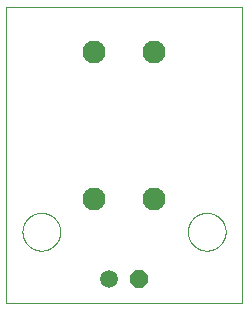
<source format=gtl>
G75*
%MOIN*%
%OFA0B0*%
%FSLAX25Y25*%
%IPPOS*%
%LPD*%
%AMOC8*
5,1,8,0,0,1.08239X$1,22.5*
%
%ADD10C,0.00000*%
%ADD11C,0.07677*%
%ADD12C,0.05937*%
%ADD13OC8,0.05937*%
D10*
X0001000Y0001000D02*
X0001000Y0099425D01*
X0079740Y0099425D01*
X0079740Y0001000D01*
X0001000Y0001000D01*
X0006512Y0024622D02*
X0006514Y0024780D01*
X0006520Y0024938D01*
X0006530Y0025096D01*
X0006544Y0025254D01*
X0006562Y0025411D01*
X0006583Y0025568D01*
X0006609Y0025724D01*
X0006639Y0025880D01*
X0006672Y0026035D01*
X0006710Y0026188D01*
X0006751Y0026341D01*
X0006796Y0026493D01*
X0006845Y0026644D01*
X0006898Y0026793D01*
X0006954Y0026941D01*
X0007014Y0027087D01*
X0007078Y0027232D01*
X0007146Y0027375D01*
X0007217Y0027517D01*
X0007291Y0027657D01*
X0007369Y0027794D01*
X0007451Y0027930D01*
X0007535Y0028064D01*
X0007624Y0028195D01*
X0007715Y0028324D01*
X0007810Y0028451D01*
X0007907Y0028576D01*
X0008008Y0028698D01*
X0008112Y0028817D01*
X0008219Y0028934D01*
X0008329Y0029048D01*
X0008442Y0029159D01*
X0008557Y0029268D01*
X0008675Y0029373D01*
X0008796Y0029475D01*
X0008919Y0029575D01*
X0009045Y0029671D01*
X0009173Y0029764D01*
X0009303Y0029854D01*
X0009436Y0029940D01*
X0009571Y0030024D01*
X0009707Y0030103D01*
X0009846Y0030180D01*
X0009987Y0030252D01*
X0010129Y0030322D01*
X0010273Y0030387D01*
X0010419Y0030449D01*
X0010566Y0030507D01*
X0010715Y0030562D01*
X0010865Y0030613D01*
X0011016Y0030660D01*
X0011168Y0030703D01*
X0011321Y0030742D01*
X0011476Y0030778D01*
X0011631Y0030809D01*
X0011787Y0030837D01*
X0011943Y0030861D01*
X0012100Y0030881D01*
X0012258Y0030897D01*
X0012415Y0030909D01*
X0012574Y0030917D01*
X0012732Y0030921D01*
X0012890Y0030921D01*
X0013048Y0030917D01*
X0013207Y0030909D01*
X0013364Y0030897D01*
X0013522Y0030881D01*
X0013679Y0030861D01*
X0013835Y0030837D01*
X0013991Y0030809D01*
X0014146Y0030778D01*
X0014301Y0030742D01*
X0014454Y0030703D01*
X0014606Y0030660D01*
X0014757Y0030613D01*
X0014907Y0030562D01*
X0015056Y0030507D01*
X0015203Y0030449D01*
X0015349Y0030387D01*
X0015493Y0030322D01*
X0015635Y0030252D01*
X0015776Y0030180D01*
X0015915Y0030103D01*
X0016051Y0030024D01*
X0016186Y0029940D01*
X0016319Y0029854D01*
X0016449Y0029764D01*
X0016577Y0029671D01*
X0016703Y0029575D01*
X0016826Y0029475D01*
X0016947Y0029373D01*
X0017065Y0029268D01*
X0017180Y0029159D01*
X0017293Y0029048D01*
X0017403Y0028934D01*
X0017510Y0028817D01*
X0017614Y0028698D01*
X0017715Y0028576D01*
X0017812Y0028451D01*
X0017907Y0028324D01*
X0017998Y0028195D01*
X0018087Y0028064D01*
X0018171Y0027930D01*
X0018253Y0027794D01*
X0018331Y0027657D01*
X0018405Y0027517D01*
X0018476Y0027375D01*
X0018544Y0027232D01*
X0018608Y0027087D01*
X0018668Y0026941D01*
X0018724Y0026793D01*
X0018777Y0026644D01*
X0018826Y0026493D01*
X0018871Y0026341D01*
X0018912Y0026188D01*
X0018950Y0026035D01*
X0018983Y0025880D01*
X0019013Y0025724D01*
X0019039Y0025568D01*
X0019060Y0025411D01*
X0019078Y0025254D01*
X0019092Y0025096D01*
X0019102Y0024938D01*
X0019108Y0024780D01*
X0019110Y0024622D01*
X0019108Y0024464D01*
X0019102Y0024306D01*
X0019092Y0024148D01*
X0019078Y0023990D01*
X0019060Y0023833D01*
X0019039Y0023676D01*
X0019013Y0023520D01*
X0018983Y0023364D01*
X0018950Y0023209D01*
X0018912Y0023056D01*
X0018871Y0022903D01*
X0018826Y0022751D01*
X0018777Y0022600D01*
X0018724Y0022451D01*
X0018668Y0022303D01*
X0018608Y0022157D01*
X0018544Y0022012D01*
X0018476Y0021869D01*
X0018405Y0021727D01*
X0018331Y0021587D01*
X0018253Y0021450D01*
X0018171Y0021314D01*
X0018087Y0021180D01*
X0017998Y0021049D01*
X0017907Y0020920D01*
X0017812Y0020793D01*
X0017715Y0020668D01*
X0017614Y0020546D01*
X0017510Y0020427D01*
X0017403Y0020310D01*
X0017293Y0020196D01*
X0017180Y0020085D01*
X0017065Y0019976D01*
X0016947Y0019871D01*
X0016826Y0019769D01*
X0016703Y0019669D01*
X0016577Y0019573D01*
X0016449Y0019480D01*
X0016319Y0019390D01*
X0016186Y0019304D01*
X0016051Y0019220D01*
X0015915Y0019141D01*
X0015776Y0019064D01*
X0015635Y0018992D01*
X0015493Y0018922D01*
X0015349Y0018857D01*
X0015203Y0018795D01*
X0015056Y0018737D01*
X0014907Y0018682D01*
X0014757Y0018631D01*
X0014606Y0018584D01*
X0014454Y0018541D01*
X0014301Y0018502D01*
X0014146Y0018466D01*
X0013991Y0018435D01*
X0013835Y0018407D01*
X0013679Y0018383D01*
X0013522Y0018363D01*
X0013364Y0018347D01*
X0013207Y0018335D01*
X0013048Y0018327D01*
X0012890Y0018323D01*
X0012732Y0018323D01*
X0012574Y0018327D01*
X0012415Y0018335D01*
X0012258Y0018347D01*
X0012100Y0018363D01*
X0011943Y0018383D01*
X0011787Y0018407D01*
X0011631Y0018435D01*
X0011476Y0018466D01*
X0011321Y0018502D01*
X0011168Y0018541D01*
X0011016Y0018584D01*
X0010865Y0018631D01*
X0010715Y0018682D01*
X0010566Y0018737D01*
X0010419Y0018795D01*
X0010273Y0018857D01*
X0010129Y0018922D01*
X0009987Y0018992D01*
X0009846Y0019064D01*
X0009707Y0019141D01*
X0009571Y0019220D01*
X0009436Y0019304D01*
X0009303Y0019390D01*
X0009173Y0019480D01*
X0009045Y0019573D01*
X0008919Y0019669D01*
X0008796Y0019769D01*
X0008675Y0019871D01*
X0008557Y0019976D01*
X0008442Y0020085D01*
X0008329Y0020196D01*
X0008219Y0020310D01*
X0008112Y0020427D01*
X0008008Y0020546D01*
X0007907Y0020668D01*
X0007810Y0020793D01*
X0007715Y0020920D01*
X0007624Y0021049D01*
X0007535Y0021180D01*
X0007451Y0021314D01*
X0007369Y0021450D01*
X0007291Y0021587D01*
X0007217Y0021727D01*
X0007146Y0021869D01*
X0007078Y0022012D01*
X0007014Y0022157D01*
X0006954Y0022303D01*
X0006898Y0022451D01*
X0006845Y0022600D01*
X0006796Y0022751D01*
X0006751Y0022903D01*
X0006710Y0023056D01*
X0006672Y0023209D01*
X0006639Y0023364D01*
X0006609Y0023520D01*
X0006583Y0023676D01*
X0006562Y0023833D01*
X0006544Y0023990D01*
X0006530Y0024148D01*
X0006520Y0024306D01*
X0006514Y0024464D01*
X0006512Y0024622D01*
X0061630Y0024622D02*
X0061632Y0024780D01*
X0061638Y0024938D01*
X0061648Y0025096D01*
X0061662Y0025254D01*
X0061680Y0025411D01*
X0061701Y0025568D01*
X0061727Y0025724D01*
X0061757Y0025880D01*
X0061790Y0026035D01*
X0061828Y0026188D01*
X0061869Y0026341D01*
X0061914Y0026493D01*
X0061963Y0026644D01*
X0062016Y0026793D01*
X0062072Y0026941D01*
X0062132Y0027087D01*
X0062196Y0027232D01*
X0062264Y0027375D01*
X0062335Y0027517D01*
X0062409Y0027657D01*
X0062487Y0027794D01*
X0062569Y0027930D01*
X0062653Y0028064D01*
X0062742Y0028195D01*
X0062833Y0028324D01*
X0062928Y0028451D01*
X0063025Y0028576D01*
X0063126Y0028698D01*
X0063230Y0028817D01*
X0063337Y0028934D01*
X0063447Y0029048D01*
X0063560Y0029159D01*
X0063675Y0029268D01*
X0063793Y0029373D01*
X0063914Y0029475D01*
X0064037Y0029575D01*
X0064163Y0029671D01*
X0064291Y0029764D01*
X0064421Y0029854D01*
X0064554Y0029940D01*
X0064689Y0030024D01*
X0064825Y0030103D01*
X0064964Y0030180D01*
X0065105Y0030252D01*
X0065247Y0030322D01*
X0065391Y0030387D01*
X0065537Y0030449D01*
X0065684Y0030507D01*
X0065833Y0030562D01*
X0065983Y0030613D01*
X0066134Y0030660D01*
X0066286Y0030703D01*
X0066439Y0030742D01*
X0066594Y0030778D01*
X0066749Y0030809D01*
X0066905Y0030837D01*
X0067061Y0030861D01*
X0067218Y0030881D01*
X0067376Y0030897D01*
X0067533Y0030909D01*
X0067692Y0030917D01*
X0067850Y0030921D01*
X0068008Y0030921D01*
X0068166Y0030917D01*
X0068325Y0030909D01*
X0068482Y0030897D01*
X0068640Y0030881D01*
X0068797Y0030861D01*
X0068953Y0030837D01*
X0069109Y0030809D01*
X0069264Y0030778D01*
X0069419Y0030742D01*
X0069572Y0030703D01*
X0069724Y0030660D01*
X0069875Y0030613D01*
X0070025Y0030562D01*
X0070174Y0030507D01*
X0070321Y0030449D01*
X0070467Y0030387D01*
X0070611Y0030322D01*
X0070753Y0030252D01*
X0070894Y0030180D01*
X0071033Y0030103D01*
X0071169Y0030024D01*
X0071304Y0029940D01*
X0071437Y0029854D01*
X0071567Y0029764D01*
X0071695Y0029671D01*
X0071821Y0029575D01*
X0071944Y0029475D01*
X0072065Y0029373D01*
X0072183Y0029268D01*
X0072298Y0029159D01*
X0072411Y0029048D01*
X0072521Y0028934D01*
X0072628Y0028817D01*
X0072732Y0028698D01*
X0072833Y0028576D01*
X0072930Y0028451D01*
X0073025Y0028324D01*
X0073116Y0028195D01*
X0073205Y0028064D01*
X0073289Y0027930D01*
X0073371Y0027794D01*
X0073449Y0027657D01*
X0073523Y0027517D01*
X0073594Y0027375D01*
X0073662Y0027232D01*
X0073726Y0027087D01*
X0073786Y0026941D01*
X0073842Y0026793D01*
X0073895Y0026644D01*
X0073944Y0026493D01*
X0073989Y0026341D01*
X0074030Y0026188D01*
X0074068Y0026035D01*
X0074101Y0025880D01*
X0074131Y0025724D01*
X0074157Y0025568D01*
X0074178Y0025411D01*
X0074196Y0025254D01*
X0074210Y0025096D01*
X0074220Y0024938D01*
X0074226Y0024780D01*
X0074228Y0024622D01*
X0074226Y0024464D01*
X0074220Y0024306D01*
X0074210Y0024148D01*
X0074196Y0023990D01*
X0074178Y0023833D01*
X0074157Y0023676D01*
X0074131Y0023520D01*
X0074101Y0023364D01*
X0074068Y0023209D01*
X0074030Y0023056D01*
X0073989Y0022903D01*
X0073944Y0022751D01*
X0073895Y0022600D01*
X0073842Y0022451D01*
X0073786Y0022303D01*
X0073726Y0022157D01*
X0073662Y0022012D01*
X0073594Y0021869D01*
X0073523Y0021727D01*
X0073449Y0021587D01*
X0073371Y0021450D01*
X0073289Y0021314D01*
X0073205Y0021180D01*
X0073116Y0021049D01*
X0073025Y0020920D01*
X0072930Y0020793D01*
X0072833Y0020668D01*
X0072732Y0020546D01*
X0072628Y0020427D01*
X0072521Y0020310D01*
X0072411Y0020196D01*
X0072298Y0020085D01*
X0072183Y0019976D01*
X0072065Y0019871D01*
X0071944Y0019769D01*
X0071821Y0019669D01*
X0071695Y0019573D01*
X0071567Y0019480D01*
X0071437Y0019390D01*
X0071304Y0019304D01*
X0071169Y0019220D01*
X0071033Y0019141D01*
X0070894Y0019064D01*
X0070753Y0018992D01*
X0070611Y0018922D01*
X0070467Y0018857D01*
X0070321Y0018795D01*
X0070174Y0018737D01*
X0070025Y0018682D01*
X0069875Y0018631D01*
X0069724Y0018584D01*
X0069572Y0018541D01*
X0069419Y0018502D01*
X0069264Y0018466D01*
X0069109Y0018435D01*
X0068953Y0018407D01*
X0068797Y0018383D01*
X0068640Y0018363D01*
X0068482Y0018347D01*
X0068325Y0018335D01*
X0068166Y0018327D01*
X0068008Y0018323D01*
X0067850Y0018323D01*
X0067692Y0018327D01*
X0067533Y0018335D01*
X0067376Y0018347D01*
X0067218Y0018363D01*
X0067061Y0018383D01*
X0066905Y0018407D01*
X0066749Y0018435D01*
X0066594Y0018466D01*
X0066439Y0018502D01*
X0066286Y0018541D01*
X0066134Y0018584D01*
X0065983Y0018631D01*
X0065833Y0018682D01*
X0065684Y0018737D01*
X0065537Y0018795D01*
X0065391Y0018857D01*
X0065247Y0018922D01*
X0065105Y0018992D01*
X0064964Y0019064D01*
X0064825Y0019141D01*
X0064689Y0019220D01*
X0064554Y0019304D01*
X0064421Y0019390D01*
X0064291Y0019480D01*
X0064163Y0019573D01*
X0064037Y0019669D01*
X0063914Y0019769D01*
X0063793Y0019871D01*
X0063675Y0019976D01*
X0063560Y0020085D01*
X0063447Y0020196D01*
X0063337Y0020310D01*
X0063230Y0020427D01*
X0063126Y0020546D01*
X0063025Y0020668D01*
X0062928Y0020793D01*
X0062833Y0020920D01*
X0062742Y0021049D01*
X0062653Y0021180D01*
X0062569Y0021314D01*
X0062487Y0021450D01*
X0062409Y0021587D01*
X0062335Y0021727D01*
X0062264Y0021869D01*
X0062196Y0022012D01*
X0062132Y0022157D01*
X0062072Y0022303D01*
X0062016Y0022451D01*
X0061963Y0022600D01*
X0061914Y0022751D01*
X0061869Y0022903D01*
X0061828Y0023056D01*
X0061790Y0023209D01*
X0061757Y0023364D01*
X0061727Y0023520D01*
X0061701Y0023676D01*
X0061680Y0023833D01*
X0061662Y0023990D01*
X0061648Y0024148D01*
X0061638Y0024306D01*
X0061632Y0024464D01*
X0061630Y0024622D01*
D11*
X0050213Y0035449D03*
X0030528Y0035449D03*
X0030528Y0084661D03*
X0050213Y0084661D03*
D12*
X0035370Y0008874D03*
D13*
X0045370Y0008874D03*
M02*

</source>
